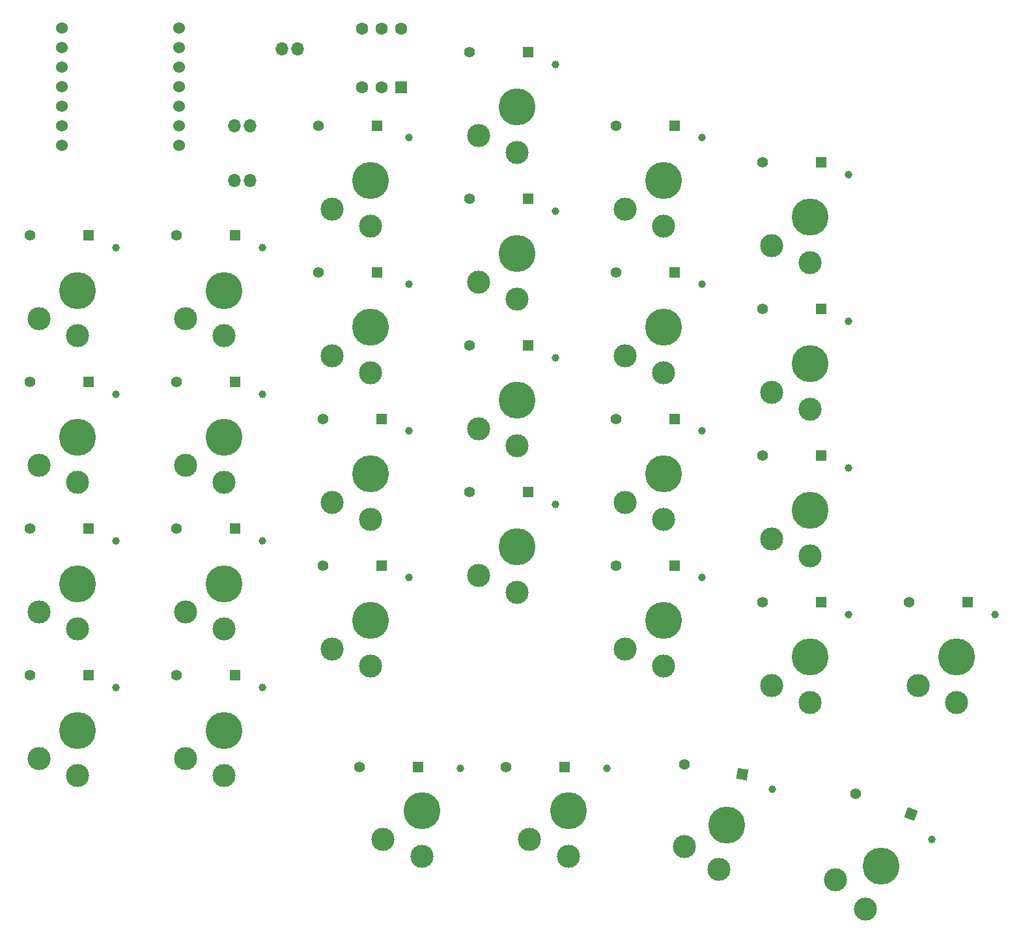
<source format=gbr>
G04 #@! TF.GenerationSoftware,KiCad,Pcbnew,9.0.6*
G04 #@! TF.CreationDate,2025-12-07T22:23:37+09:00*
G04 #@! TF.ProjectId,tarakkie_v1_left,74617261-6b6b-4696-955f-76315f6c6566,rev?*
G04 #@! TF.SameCoordinates,Original*
G04 #@! TF.FileFunction,Soldermask,Top*
G04 #@! TF.FilePolarity,Negative*
%FSLAX46Y46*%
G04 Gerber Fmt 4.6, Leading zero omitted, Abs format (unit mm)*
G04 Created by KiCad (PCBNEW 9.0.6) date 2025-12-07 22:23:37*
%MOMM*%
%LPD*%
G01*
G04 APERTURE LIST*
G04 Aperture macros list*
%AMRoundRect*
0 Rectangle with rounded corners*
0 $1 Rounding radius*
0 $2 $3 $4 $5 $6 $7 $8 $9 X,Y pos of 4 corners*
0 Add a 4 corners polygon primitive as box body*
4,1,4,$2,$3,$4,$5,$6,$7,$8,$9,$2,$3,0*
0 Add four circle primitives for the rounded corners*
1,1,$1+$1,$2,$3*
1,1,$1+$1,$4,$5*
1,1,$1+$1,$6,$7*
1,1,$1+$1,$8,$9*
0 Add four rect primitives between the rounded corners*
20,1,$1+$1,$2,$3,$4,$5,0*
20,1,$1+$1,$4,$5,$6,$7,0*
20,1,$1+$1,$6,$7,$8,$9,0*
20,1,$1+$1,$8,$9,$2,$3,0*%
%AMRotRect*
0 Rectangle, with rotation*
0 The origin of the aperture is its center*
0 $1 length*
0 $2 width*
0 $3 Rotation angle, in degrees counterclockwise*
0 Add horizontal line*
21,1,$1,$2,0,0,$3*%
G04 Aperture macros list end*
%ADD10R,1.397000X1.397000*%
%ADD11C,1.397000*%
%ADD12C,3.000000*%
%ADD13C,4.800000*%
%ADD14C,1.000000*%
%ADD15RotRect,1.397000X1.397000X170.000000*%
%ADD16RotRect,1.397000X1.397000X160.000000*%
%ADD17O,1.700000X1.700000*%
%ADD18C,1.524000*%
%ADD19RoundRect,0.250000X0.550000X-0.550000X0.550000X0.550000X-0.550000X0.550000X-0.550000X-0.550000X0*%
%ADD20C,1.600000*%
G04 APERTURE END LIST*
D10*
X89535000Y-92868750D03*
D11*
X81915000Y-92868750D03*
D10*
X113347500Y-138112500D03*
D11*
X105727500Y-138112500D03*
D10*
X146685000Y-116681250D03*
D11*
X139065000Y-116681250D03*
D12*
X89773750Y-147527500D03*
D13*
X94773750Y-143827500D03*
D12*
X94773750Y-149727500D03*
D14*
X99773750Y-138277500D03*
D10*
X94297500Y-138112500D03*
D11*
X86677500Y-138112500D03*
D12*
X140256250Y-89425000D03*
D13*
X145256250Y-85725000D03*
D12*
X145256250Y-91625000D03*
D14*
X150256250Y-80175000D03*
D12*
X45006250Y-79900000D03*
D13*
X50006250Y-76200000D03*
D12*
X50006250Y-82100000D03*
D14*
X55006250Y-70650000D03*
D10*
X70485000Y-88106250D03*
D11*
X62865000Y-88106250D03*
D12*
X102156250Y-113237500D03*
D13*
X107156250Y-109537500D03*
D12*
X107156250Y-115437500D03*
D14*
X112156250Y-103987500D03*
D12*
X140256250Y-108475000D03*
D13*
X145256250Y-104775000D03*
D12*
X145256250Y-110675000D03*
D14*
X150256250Y-99225000D03*
D12*
X45006250Y-118000000D03*
D13*
X50006250Y-114300000D03*
D12*
X50006250Y-120200000D03*
D14*
X55006250Y-108750000D03*
D10*
X88928750Y-73818750D03*
D11*
X81308750Y-73818750D03*
D12*
X64056250Y-137050000D03*
D13*
X69056250Y-133350000D03*
D12*
X69056250Y-139250000D03*
D14*
X74056250Y-127800000D03*
D10*
X127635000Y-54768750D03*
D11*
X120015000Y-54768750D03*
D12*
X108823750Y-147527500D03*
D13*
X113823750Y-143827500D03*
D12*
X113823750Y-149727500D03*
D14*
X118823750Y-138277500D03*
D15*
X136468904Y-139082326D03*
D11*
X128964664Y-137759126D03*
D12*
X159306250Y-127525000D03*
D13*
X164306250Y-123825000D03*
D12*
X164306250Y-129725000D03*
D14*
X169306250Y-118275000D03*
D12*
X83106250Y-65612500D03*
D13*
X88106250Y-61912500D03*
D12*
X88106250Y-67812500D03*
D14*
X93106250Y-56362500D03*
D10*
X108585000Y-64293750D03*
D11*
X100965000Y-64293750D03*
D12*
X148536063Y-152786761D03*
D13*
X154500000Y-151020000D03*
D12*
X152482081Y-156564187D03*
D14*
X161096675Y-147514807D03*
D12*
X102156250Y-94187500D03*
D13*
X107156250Y-90487500D03*
D12*
X107156250Y-96387500D03*
D14*
X112156250Y-84937500D03*
D10*
X146685000Y-59531250D03*
D11*
X139065000Y-59531250D03*
D12*
X140256250Y-127525000D03*
D13*
X145256250Y-123825000D03*
D12*
X145256250Y-129725000D03*
D14*
X150256250Y-118275000D03*
D12*
X83106250Y-84662500D03*
D13*
X88106250Y-80962500D03*
D12*
X88106250Y-86862500D03*
D14*
X93106250Y-75412500D03*
D12*
X64056250Y-98950000D03*
D13*
X69056250Y-95250000D03*
D12*
X69056250Y-101150000D03*
D14*
X74056250Y-89700000D03*
D10*
X70485000Y-107156250D03*
D11*
X62865000Y-107156250D03*
D12*
X45006250Y-98950000D03*
D13*
X50006250Y-95250000D03*
D12*
X50006250Y-101150000D03*
D14*
X55006250Y-89700000D03*
D10*
X165735000Y-116681250D03*
D11*
X158115000Y-116681250D03*
D10*
X70485000Y-126206250D03*
D11*
X62865000Y-126206250D03*
D12*
X45006250Y-137050000D03*
D13*
X50006250Y-133350000D03*
D12*
X50006250Y-139250000D03*
D14*
X55006250Y-127800000D03*
D10*
X51435000Y-126206250D03*
D11*
X43815000Y-126206250D03*
D12*
X102156250Y-56087500D03*
D13*
X107156250Y-52387500D03*
D12*
X107156250Y-58287500D03*
D14*
X112156250Y-46837500D03*
D12*
X140256250Y-70375000D03*
D13*
X145256250Y-66675000D03*
D12*
X145256250Y-72575000D03*
D14*
X150256250Y-61125000D03*
D10*
X89535000Y-111918750D03*
D11*
X81915000Y-111918750D03*
D10*
X127635000Y-73818750D03*
D11*
X120015000Y-73818750D03*
D10*
X108585000Y-45243750D03*
D11*
X100965000Y-45243750D03*
D12*
X83106250Y-122762500D03*
D13*
X88106250Y-119062500D03*
D12*
X88106250Y-124962500D03*
D14*
X93106250Y-113512500D03*
D12*
X121206250Y-103712500D03*
D13*
X126206250Y-100012500D03*
D12*
X126206250Y-105912500D03*
D14*
X131206250Y-94462500D03*
D12*
X83106250Y-103712500D03*
D13*
X88106250Y-100012500D03*
D12*
X88106250Y-105912500D03*
D14*
X93106250Y-94462500D03*
D10*
X127635000Y-92868750D03*
D11*
X120015000Y-92868750D03*
D10*
X70485000Y-69056250D03*
D11*
X62865000Y-69056250D03*
D10*
X146685000Y-78581250D03*
D11*
X139065000Y-78581250D03*
D12*
X64056250Y-118000000D03*
D13*
X69056250Y-114300000D03*
D12*
X69056250Y-120200000D03*
D14*
X74056250Y-108750000D03*
D10*
X51435000Y-69056250D03*
D11*
X43815000Y-69056250D03*
D10*
X88928750Y-54768750D03*
D11*
X81308750Y-54768750D03*
D10*
X127635000Y-111918750D03*
D11*
X120015000Y-111918750D03*
D10*
X108585000Y-102393750D03*
D11*
X100965000Y-102393750D03*
D16*
X158361479Y-144178097D03*
D11*
X151201021Y-141571903D03*
D10*
X51435000Y-88106250D03*
D11*
X43815000Y-88106250D03*
D12*
X128903463Y-148415548D03*
D13*
X134470000Y-145640000D03*
D12*
X133445476Y-151450366D03*
D14*
X140357786Y-141042557D03*
D12*
X102156250Y-75137500D03*
D13*
X107156250Y-71437500D03*
D12*
X107156250Y-77337500D03*
D14*
X112156250Y-65887500D03*
D12*
X121206250Y-122762500D03*
D13*
X126206250Y-119062500D03*
D12*
X126206250Y-124962500D03*
D14*
X131206250Y-113512500D03*
D12*
X121206250Y-84662500D03*
D13*
X126206250Y-80962500D03*
D12*
X126206250Y-86862500D03*
D14*
X131206250Y-75412500D03*
D10*
X51435000Y-107156250D03*
D11*
X43815000Y-107156250D03*
D12*
X121206250Y-65612500D03*
D13*
X126206250Y-61912500D03*
D12*
X126206250Y-67812500D03*
D14*
X131206250Y-56362500D03*
D10*
X108585000Y-83343750D03*
D11*
X100965000Y-83343750D03*
D10*
X146685000Y-97631250D03*
D11*
X139065000Y-97631250D03*
D12*
X64056250Y-79900000D03*
D13*
X69056250Y-76200000D03*
D12*
X69056250Y-82100000D03*
D14*
X74056250Y-70650000D03*
D17*
X78600000Y-44800000D03*
X76600000Y-44800000D03*
X72437500Y-61912500D03*
X70437500Y-61912500D03*
D18*
X63210000Y-42128500D03*
X63210000Y-44668500D03*
X63210000Y-47208500D03*
X63210000Y-49748500D03*
X63210000Y-52288500D03*
X63210000Y-54828500D03*
X63210000Y-57368500D03*
X47970000Y-57368500D03*
X47970000Y-54828500D03*
X47970000Y-52288500D03*
X47970000Y-49748500D03*
X47970000Y-47208500D03*
X47970000Y-44668500D03*
X47970000Y-42128500D03*
D19*
X92140000Y-49800000D03*
D20*
X89600000Y-49800000D03*
X87060000Y-49800000D03*
X87060000Y-42180000D03*
X89600000Y-42180000D03*
X92140000Y-42180000D03*
D17*
X72437500Y-54768750D03*
X70437500Y-54768750D03*
M02*

</source>
